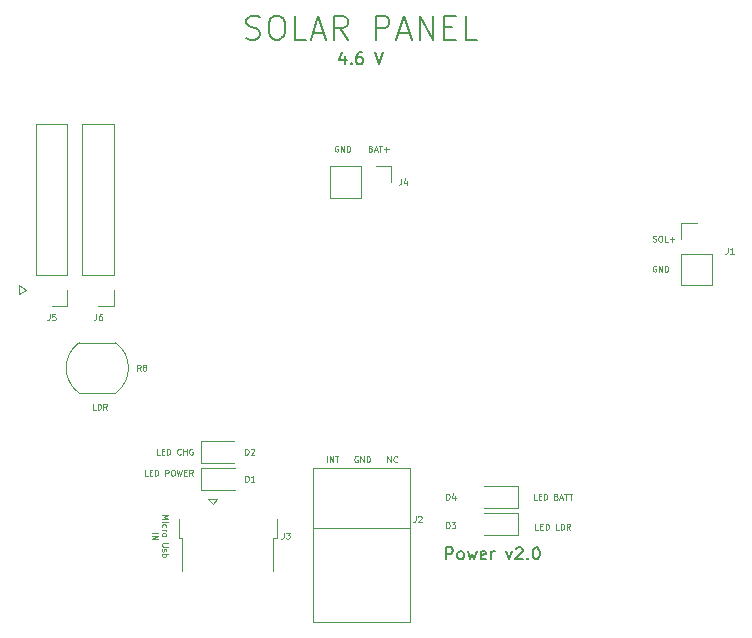
<source format=gto>
G04 #@! TF.GenerationSoftware,KiCad,Pcbnew,(5.1.6)-1*
G04 #@! TF.CreationDate,2020-11-24T18:08:20+01:00*
G04 #@! TF.ProjectId,Power_module_v1,506f7765-725f-46d6-9f64-756c655f7631,rev?*
G04 #@! TF.SameCoordinates,Original*
G04 #@! TF.FileFunction,Legend,Top*
G04 #@! TF.FilePolarity,Positive*
%FSLAX46Y46*%
G04 Gerber Fmt 4.6, Leading zero omitted, Abs format (unit mm)*
G04 Created by KiCad (PCBNEW (5.1.6)-1) date 2020-11-24 18:08:20*
%MOMM*%
%LPD*%
G01*
G04 APERTURE LIST*
%ADD10C,0.150000*%
%ADD11C,0.125000*%
%ADD12C,0.120000*%
G04 APERTURE END LIST*
D10*
X121094666Y-64555714D02*
X121094666Y-65222380D01*
X120856571Y-64174761D02*
X120618476Y-64889047D01*
X121237523Y-64889047D01*
X121618476Y-65127142D02*
X121666095Y-65174761D01*
X121618476Y-65222380D01*
X121570857Y-65174761D01*
X121618476Y-65127142D01*
X121618476Y-65222380D01*
X122523238Y-64222380D02*
X122332761Y-64222380D01*
X122237523Y-64270000D01*
X122189904Y-64317619D01*
X122094666Y-64460476D01*
X122047047Y-64650952D01*
X122047047Y-65031904D01*
X122094666Y-65127142D01*
X122142285Y-65174761D01*
X122237523Y-65222380D01*
X122428000Y-65222380D01*
X122523238Y-65174761D01*
X122570857Y-65127142D01*
X122618476Y-65031904D01*
X122618476Y-64793809D01*
X122570857Y-64698571D01*
X122523238Y-64650952D01*
X122428000Y-64603333D01*
X122237523Y-64603333D01*
X122142285Y-64650952D01*
X122094666Y-64698571D01*
X122047047Y-64793809D01*
X123666095Y-64222380D02*
X123999428Y-65222380D01*
X124332761Y-64222380D01*
X112761333Y-63039523D02*
X113047047Y-63134761D01*
X113523238Y-63134761D01*
X113713714Y-63039523D01*
X113808952Y-62944285D01*
X113904190Y-62753809D01*
X113904190Y-62563333D01*
X113808952Y-62372857D01*
X113713714Y-62277619D01*
X113523238Y-62182380D01*
X113142285Y-62087142D01*
X112951809Y-61991904D01*
X112856571Y-61896666D01*
X112761333Y-61706190D01*
X112761333Y-61515714D01*
X112856571Y-61325238D01*
X112951809Y-61230000D01*
X113142285Y-61134761D01*
X113618476Y-61134761D01*
X113904190Y-61230000D01*
X115142285Y-61134761D02*
X115523238Y-61134761D01*
X115713714Y-61230000D01*
X115904190Y-61420476D01*
X115999428Y-61801428D01*
X115999428Y-62468095D01*
X115904190Y-62849047D01*
X115713714Y-63039523D01*
X115523238Y-63134761D01*
X115142285Y-63134761D01*
X114951809Y-63039523D01*
X114761333Y-62849047D01*
X114666095Y-62468095D01*
X114666095Y-61801428D01*
X114761333Y-61420476D01*
X114951809Y-61230000D01*
X115142285Y-61134761D01*
X117808952Y-63134761D02*
X116856571Y-63134761D01*
X116856571Y-61134761D01*
X118380380Y-62563333D02*
X119332761Y-62563333D01*
X118189904Y-63134761D02*
X118856571Y-61134761D01*
X119523238Y-63134761D01*
X121332761Y-63134761D02*
X120666095Y-62182380D01*
X120189904Y-63134761D02*
X120189904Y-61134761D01*
X120951809Y-61134761D01*
X121142285Y-61230000D01*
X121237523Y-61325238D01*
X121332761Y-61515714D01*
X121332761Y-61801428D01*
X121237523Y-61991904D01*
X121142285Y-62087142D01*
X120951809Y-62182380D01*
X120189904Y-62182380D01*
X123713714Y-63134761D02*
X123713714Y-61134761D01*
X124475619Y-61134761D01*
X124666095Y-61230000D01*
X124761333Y-61325238D01*
X124856571Y-61515714D01*
X124856571Y-61801428D01*
X124761333Y-61991904D01*
X124666095Y-62087142D01*
X124475619Y-62182380D01*
X123713714Y-62182380D01*
X125618476Y-62563333D02*
X126570857Y-62563333D01*
X125428000Y-63134761D02*
X126094666Y-61134761D01*
X126761333Y-63134761D01*
X127428000Y-63134761D02*
X127428000Y-61134761D01*
X128570857Y-63134761D01*
X128570857Y-61134761D01*
X129523238Y-62087142D02*
X130189904Y-62087142D01*
X130475619Y-63134761D02*
X129523238Y-63134761D01*
X129523238Y-61134761D01*
X130475619Y-61134761D01*
X132285142Y-63134761D02*
X131332761Y-63134761D01*
X131332761Y-61134761D01*
D11*
X105621309Y-103394095D02*
X106121309Y-103394095D01*
X105764166Y-103560761D01*
X106121309Y-103727428D01*
X105621309Y-103727428D01*
X105621309Y-103965523D02*
X105954642Y-103965523D01*
X106121309Y-103965523D02*
X106097500Y-103941714D01*
X106073690Y-103965523D01*
X106097500Y-103989333D01*
X106121309Y-103965523D01*
X106073690Y-103965523D01*
X105645119Y-104417904D02*
X105621309Y-104370285D01*
X105621309Y-104275047D01*
X105645119Y-104227428D01*
X105668928Y-104203619D01*
X105716547Y-104179809D01*
X105859404Y-104179809D01*
X105907023Y-104203619D01*
X105930833Y-104227428D01*
X105954642Y-104275047D01*
X105954642Y-104370285D01*
X105930833Y-104417904D01*
X105621309Y-104632190D02*
X105954642Y-104632190D01*
X105859404Y-104632190D02*
X105907023Y-104656000D01*
X105930833Y-104679809D01*
X105954642Y-104727428D01*
X105954642Y-104775047D01*
X105621309Y-105013142D02*
X105645119Y-104965523D01*
X105668928Y-104941714D01*
X105716547Y-104917904D01*
X105859404Y-104917904D01*
X105907023Y-104941714D01*
X105930833Y-104965523D01*
X105954642Y-105013142D01*
X105954642Y-105084571D01*
X105930833Y-105132190D01*
X105907023Y-105156000D01*
X105859404Y-105179809D01*
X105716547Y-105179809D01*
X105668928Y-105156000D01*
X105645119Y-105132190D01*
X105621309Y-105084571D01*
X105621309Y-105013142D01*
X106121309Y-105775047D02*
X105716547Y-105775047D01*
X105668928Y-105798857D01*
X105645119Y-105822666D01*
X105621309Y-105870285D01*
X105621309Y-105965523D01*
X105645119Y-106013142D01*
X105668928Y-106036952D01*
X105716547Y-106060761D01*
X106121309Y-106060761D01*
X105645119Y-106275047D02*
X105621309Y-106322666D01*
X105621309Y-106417904D01*
X105645119Y-106465523D01*
X105692738Y-106489333D01*
X105716547Y-106489333D01*
X105764166Y-106465523D01*
X105787976Y-106417904D01*
X105787976Y-106346476D01*
X105811785Y-106298857D01*
X105859404Y-106275047D01*
X105883214Y-106275047D01*
X105930833Y-106298857D01*
X105954642Y-106346476D01*
X105954642Y-106417904D01*
X105930833Y-106465523D01*
X105621309Y-106703619D02*
X106121309Y-106703619D01*
X105930833Y-106703619D02*
X105954642Y-106751238D01*
X105954642Y-106846476D01*
X105930833Y-106894095D01*
X105907023Y-106917904D01*
X105859404Y-106941714D01*
X105716547Y-106941714D01*
X105668928Y-106917904D01*
X105645119Y-106894095D01*
X105621309Y-106846476D01*
X105621309Y-106751238D01*
X105645119Y-106703619D01*
X104746309Y-104894095D02*
X105246309Y-104894095D01*
X104746309Y-105132190D02*
X105246309Y-105132190D01*
X104746309Y-105417904D01*
X105246309Y-105417904D01*
X104386285Y-100048190D02*
X104148190Y-100048190D01*
X104148190Y-99548190D01*
X104552952Y-99786285D02*
X104719619Y-99786285D01*
X104791047Y-100048190D02*
X104552952Y-100048190D01*
X104552952Y-99548190D01*
X104791047Y-99548190D01*
X105005333Y-100048190D02*
X105005333Y-99548190D01*
X105124380Y-99548190D01*
X105195809Y-99572000D01*
X105243428Y-99619619D01*
X105267238Y-99667238D01*
X105291047Y-99762476D01*
X105291047Y-99833904D01*
X105267238Y-99929142D01*
X105243428Y-99976761D01*
X105195809Y-100024380D01*
X105124380Y-100048190D01*
X105005333Y-100048190D01*
X105886285Y-100048190D02*
X105886285Y-99548190D01*
X106076761Y-99548190D01*
X106124380Y-99572000D01*
X106148190Y-99595809D01*
X106172000Y-99643428D01*
X106172000Y-99714857D01*
X106148190Y-99762476D01*
X106124380Y-99786285D01*
X106076761Y-99810095D01*
X105886285Y-99810095D01*
X106481523Y-99548190D02*
X106576761Y-99548190D01*
X106624380Y-99572000D01*
X106672000Y-99619619D01*
X106695809Y-99714857D01*
X106695809Y-99881523D01*
X106672000Y-99976761D01*
X106624380Y-100024380D01*
X106576761Y-100048190D01*
X106481523Y-100048190D01*
X106433904Y-100024380D01*
X106386285Y-99976761D01*
X106362476Y-99881523D01*
X106362476Y-99714857D01*
X106386285Y-99619619D01*
X106433904Y-99572000D01*
X106481523Y-99548190D01*
X106862476Y-99548190D02*
X106981523Y-100048190D01*
X107076761Y-99691047D01*
X107172000Y-100048190D01*
X107291047Y-99548190D01*
X107481523Y-99786285D02*
X107648190Y-99786285D01*
X107719619Y-100048190D02*
X107481523Y-100048190D01*
X107481523Y-99548190D01*
X107719619Y-99548190D01*
X108219619Y-100048190D02*
X108052952Y-99810095D01*
X107933904Y-100048190D02*
X107933904Y-99548190D01*
X108124380Y-99548190D01*
X108172000Y-99572000D01*
X108195809Y-99595809D01*
X108219619Y-99643428D01*
X108219619Y-99714857D01*
X108195809Y-99762476D01*
X108172000Y-99786285D01*
X108124380Y-99810095D01*
X107933904Y-99810095D01*
X105406190Y-98270190D02*
X105168095Y-98270190D01*
X105168095Y-97770190D01*
X105572857Y-98008285D02*
X105739523Y-98008285D01*
X105810952Y-98270190D02*
X105572857Y-98270190D01*
X105572857Y-97770190D01*
X105810952Y-97770190D01*
X106025238Y-98270190D02*
X106025238Y-97770190D01*
X106144285Y-97770190D01*
X106215714Y-97794000D01*
X106263333Y-97841619D01*
X106287142Y-97889238D01*
X106310952Y-97984476D01*
X106310952Y-98055904D01*
X106287142Y-98151142D01*
X106263333Y-98198761D01*
X106215714Y-98246380D01*
X106144285Y-98270190D01*
X106025238Y-98270190D01*
X107191904Y-98222571D02*
X107168095Y-98246380D01*
X107096666Y-98270190D01*
X107049047Y-98270190D01*
X106977619Y-98246380D01*
X106930000Y-98198761D01*
X106906190Y-98151142D01*
X106882380Y-98055904D01*
X106882380Y-97984476D01*
X106906190Y-97889238D01*
X106930000Y-97841619D01*
X106977619Y-97794000D01*
X107049047Y-97770190D01*
X107096666Y-97770190D01*
X107168095Y-97794000D01*
X107191904Y-97817809D01*
X107406190Y-98270190D02*
X107406190Y-97770190D01*
X107406190Y-98008285D02*
X107691904Y-98008285D01*
X107691904Y-98270190D02*
X107691904Y-97770190D01*
X108191904Y-97794000D02*
X108144285Y-97770190D01*
X108072857Y-97770190D01*
X108001428Y-97794000D01*
X107953809Y-97841619D01*
X107930000Y-97889238D01*
X107906190Y-97984476D01*
X107906190Y-98055904D01*
X107930000Y-98151142D01*
X107953809Y-98198761D01*
X108001428Y-98246380D01*
X108072857Y-98270190D01*
X108120476Y-98270190D01*
X108191904Y-98246380D01*
X108215714Y-98222571D01*
X108215714Y-98055904D01*
X108120476Y-98055904D01*
X99984761Y-94460190D02*
X99746666Y-94460190D01*
X99746666Y-93960190D01*
X100151428Y-94460190D02*
X100151428Y-93960190D01*
X100270476Y-93960190D01*
X100341904Y-93984000D01*
X100389523Y-94031619D01*
X100413333Y-94079238D01*
X100437142Y-94174476D01*
X100437142Y-94245904D01*
X100413333Y-94341142D01*
X100389523Y-94388761D01*
X100341904Y-94436380D01*
X100270476Y-94460190D01*
X100151428Y-94460190D01*
X100937142Y-94460190D02*
X100770476Y-94222095D01*
X100651428Y-94460190D02*
X100651428Y-93960190D01*
X100841904Y-93960190D01*
X100889523Y-93984000D01*
X100913333Y-94007809D01*
X100937142Y-94055428D01*
X100937142Y-94126857D01*
X100913333Y-94174476D01*
X100889523Y-94198285D01*
X100841904Y-94222095D01*
X100651428Y-94222095D01*
X137469714Y-104620190D02*
X137231619Y-104620190D01*
X137231619Y-104120190D01*
X137636380Y-104358285D02*
X137803047Y-104358285D01*
X137874476Y-104620190D02*
X137636380Y-104620190D01*
X137636380Y-104120190D01*
X137874476Y-104120190D01*
X138088761Y-104620190D02*
X138088761Y-104120190D01*
X138207809Y-104120190D01*
X138279238Y-104144000D01*
X138326857Y-104191619D01*
X138350666Y-104239238D01*
X138374476Y-104334476D01*
X138374476Y-104405904D01*
X138350666Y-104501142D01*
X138326857Y-104548761D01*
X138279238Y-104596380D01*
X138207809Y-104620190D01*
X138088761Y-104620190D01*
X139207809Y-104620190D02*
X138969714Y-104620190D01*
X138969714Y-104120190D01*
X139374476Y-104620190D02*
X139374476Y-104120190D01*
X139493523Y-104120190D01*
X139564952Y-104144000D01*
X139612571Y-104191619D01*
X139636380Y-104239238D01*
X139660190Y-104334476D01*
X139660190Y-104405904D01*
X139636380Y-104501142D01*
X139612571Y-104548761D01*
X139564952Y-104596380D01*
X139493523Y-104620190D01*
X139374476Y-104620190D01*
X140160190Y-104620190D02*
X139993523Y-104382095D01*
X139874476Y-104620190D02*
X139874476Y-104120190D01*
X140064952Y-104120190D01*
X140112571Y-104144000D01*
X140136380Y-104167809D01*
X140160190Y-104215428D01*
X140160190Y-104286857D01*
X140136380Y-104334476D01*
X140112571Y-104358285D01*
X140064952Y-104382095D01*
X139874476Y-104382095D01*
X137326857Y-102080190D02*
X137088761Y-102080190D01*
X137088761Y-101580190D01*
X137493523Y-101818285D02*
X137660190Y-101818285D01*
X137731619Y-102080190D02*
X137493523Y-102080190D01*
X137493523Y-101580190D01*
X137731619Y-101580190D01*
X137945904Y-102080190D02*
X137945904Y-101580190D01*
X138064952Y-101580190D01*
X138136380Y-101604000D01*
X138184000Y-101651619D01*
X138207809Y-101699238D01*
X138231619Y-101794476D01*
X138231619Y-101865904D01*
X138207809Y-101961142D01*
X138184000Y-102008761D01*
X138136380Y-102056380D01*
X138064952Y-102080190D01*
X137945904Y-102080190D01*
X138993523Y-101818285D02*
X139064952Y-101842095D01*
X139088761Y-101865904D01*
X139112571Y-101913523D01*
X139112571Y-101984952D01*
X139088761Y-102032571D01*
X139064952Y-102056380D01*
X139017333Y-102080190D01*
X138826857Y-102080190D01*
X138826857Y-101580190D01*
X138993523Y-101580190D01*
X139041142Y-101604000D01*
X139064952Y-101627809D01*
X139088761Y-101675428D01*
X139088761Y-101723047D01*
X139064952Y-101770666D01*
X139041142Y-101794476D01*
X138993523Y-101818285D01*
X138826857Y-101818285D01*
X139303047Y-101937333D02*
X139541142Y-101937333D01*
X139255428Y-102080190D02*
X139422095Y-101580190D01*
X139588761Y-102080190D01*
X139684000Y-101580190D02*
X139969714Y-101580190D01*
X139826857Y-102080190D02*
X139826857Y-101580190D01*
X140064952Y-101580190D02*
X140350666Y-101580190D01*
X140207809Y-102080190D02*
X140207809Y-101580190D01*
D10*
X129675428Y-107132380D02*
X129675428Y-106132380D01*
X130056380Y-106132380D01*
X130151619Y-106180000D01*
X130199238Y-106227619D01*
X130246857Y-106322857D01*
X130246857Y-106465714D01*
X130199238Y-106560952D01*
X130151619Y-106608571D01*
X130056380Y-106656190D01*
X129675428Y-106656190D01*
X130818285Y-107132380D02*
X130723047Y-107084761D01*
X130675428Y-107037142D01*
X130627809Y-106941904D01*
X130627809Y-106656190D01*
X130675428Y-106560952D01*
X130723047Y-106513333D01*
X130818285Y-106465714D01*
X130961142Y-106465714D01*
X131056380Y-106513333D01*
X131104000Y-106560952D01*
X131151619Y-106656190D01*
X131151619Y-106941904D01*
X131104000Y-107037142D01*
X131056380Y-107084761D01*
X130961142Y-107132380D01*
X130818285Y-107132380D01*
X131484952Y-106465714D02*
X131675428Y-107132380D01*
X131865904Y-106656190D01*
X132056380Y-107132380D01*
X132246857Y-106465714D01*
X133008761Y-107084761D02*
X132913523Y-107132380D01*
X132723047Y-107132380D01*
X132627809Y-107084761D01*
X132580190Y-106989523D01*
X132580190Y-106608571D01*
X132627809Y-106513333D01*
X132723047Y-106465714D01*
X132913523Y-106465714D01*
X133008761Y-106513333D01*
X133056380Y-106608571D01*
X133056380Y-106703809D01*
X132580190Y-106799047D01*
X133484952Y-107132380D02*
X133484952Y-106465714D01*
X133484952Y-106656190D02*
X133532571Y-106560952D01*
X133580190Y-106513333D01*
X133675428Y-106465714D01*
X133770666Y-106465714D01*
X134770666Y-106465714D02*
X135008761Y-107132380D01*
X135246857Y-106465714D01*
X135580190Y-106227619D02*
X135627809Y-106180000D01*
X135723047Y-106132380D01*
X135961142Y-106132380D01*
X136056380Y-106180000D01*
X136104000Y-106227619D01*
X136151619Y-106322857D01*
X136151619Y-106418095D01*
X136104000Y-106560952D01*
X135532571Y-107132380D01*
X136151619Y-107132380D01*
X136580190Y-107037142D02*
X136627809Y-107084761D01*
X136580190Y-107132380D01*
X136532571Y-107084761D01*
X136580190Y-107037142D01*
X136580190Y-107132380D01*
X137246857Y-106132380D02*
X137342095Y-106132380D01*
X137437333Y-106180000D01*
X137484952Y-106227619D01*
X137532571Y-106322857D01*
X137580190Y-106513333D01*
X137580190Y-106751428D01*
X137532571Y-106941904D01*
X137484952Y-107037142D01*
X137437333Y-107084761D01*
X137342095Y-107132380D01*
X137246857Y-107132380D01*
X137151619Y-107084761D01*
X137104000Y-107037142D01*
X137056380Y-106941904D01*
X137008761Y-106751428D01*
X137008761Y-106513333D01*
X137056380Y-106322857D01*
X137104000Y-106227619D01*
X137151619Y-106180000D01*
X137246857Y-106132380D01*
D11*
X120523047Y-72140000D02*
X120475428Y-72116190D01*
X120404000Y-72116190D01*
X120332571Y-72140000D01*
X120284952Y-72187619D01*
X120261142Y-72235238D01*
X120237333Y-72330476D01*
X120237333Y-72401904D01*
X120261142Y-72497142D01*
X120284952Y-72544761D01*
X120332571Y-72592380D01*
X120404000Y-72616190D01*
X120451619Y-72616190D01*
X120523047Y-72592380D01*
X120546857Y-72568571D01*
X120546857Y-72401904D01*
X120451619Y-72401904D01*
X120761142Y-72616190D02*
X120761142Y-72116190D01*
X121046857Y-72616190D01*
X121046857Y-72116190D01*
X121284952Y-72616190D02*
X121284952Y-72116190D01*
X121404000Y-72116190D01*
X121475428Y-72140000D01*
X121523047Y-72187619D01*
X121546857Y-72235238D01*
X121570666Y-72330476D01*
X121570666Y-72401904D01*
X121546857Y-72497142D01*
X121523047Y-72544761D01*
X121475428Y-72592380D01*
X121404000Y-72616190D01*
X121284952Y-72616190D01*
X147165333Y-80212380D02*
X147236761Y-80236190D01*
X147355809Y-80236190D01*
X147403428Y-80212380D01*
X147427238Y-80188571D01*
X147451047Y-80140952D01*
X147451047Y-80093333D01*
X147427238Y-80045714D01*
X147403428Y-80021904D01*
X147355809Y-79998095D01*
X147260571Y-79974285D01*
X147212952Y-79950476D01*
X147189142Y-79926666D01*
X147165333Y-79879047D01*
X147165333Y-79831428D01*
X147189142Y-79783809D01*
X147212952Y-79760000D01*
X147260571Y-79736190D01*
X147379619Y-79736190D01*
X147451047Y-79760000D01*
X147760571Y-79736190D02*
X147855809Y-79736190D01*
X147903428Y-79760000D01*
X147951047Y-79807619D01*
X147974857Y-79902857D01*
X147974857Y-80069523D01*
X147951047Y-80164761D01*
X147903428Y-80212380D01*
X147855809Y-80236190D01*
X147760571Y-80236190D01*
X147712952Y-80212380D01*
X147665333Y-80164761D01*
X147641523Y-80069523D01*
X147641523Y-79902857D01*
X147665333Y-79807619D01*
X147712952Y-79760000D01*
X147760571Y-79736190D01*
X148427238Y-80236190D02*
X148189142Y-80236190D01*
X148189142Y-79736190D01*
X148593904Y-80045714D02*
X148974857Y-80045714D01*
X148784380Y-80236190D02*
X148784380Y-79855238D01*
X147447047Y-82300000D02*
X147399428Y-82276190D01*
X147328000Y-82276190D01*
X147256571Y-82300000D01*
X147208952Y-82347619D01*
X147185142Y-82395238D01*
X147161333Y-82490476D01*
X147161333Y-82561904D01*
X147185142Y-82657142D01*
X147208952Y-82704761D01*
X147256571Y-82752380D01*
X147328000Y-82776190D01*
X147375619Y-82776190D01*
X147447047Y-82752380D01*
X147470857Y-82728571D01*
X147470857Y-82561904D01*
X147375619Y-82561904D01*
X147685142Y-82776190D02*
X147685142Y-82276190D01*
X147970857Y-82776190D01*
X147970857Y-82276190D01*
X148208952Y-82776190D02*
X148208952Y-82276190D01*
X148328000Y-82276190D01*
X148399428Y-82300000D01*
X148447047Y-82347619D01*
X148470857Y-82395238D01*
X148494666Y-82490476D01*
X148494666Y-82561904D01*
X148470857Y-82657142D01*
X148447047Y-82704761D01*
X148399428Y-82752380D01*
X148328000Y-82776190D01*
X148208952Y-82776190D01*
X123273428Y-72354285D02*
X123344857Y-72378095D01*
X123368666Y-72401904D01*
X123392476Y-72449523D01*
X123392476Y-72520952D01*
X123368666Y-72568571D01*
X123344857Y-72592380D01*
X123297238Y-72616190D01*
X123106761Y-72616190D01*
X123106761Y-72116190D01*
X123273428Y-72116190D01*
X123321047Y-72140000D01*
X123344857Y-72163809D01*
X123368666Y-72211428D01*
X123368666Y-72259047D01*
X123344857Y-72306666D01*
X123321047Y-72330476D01*
X123273428Y-72354285D01*
X123106761Y-72354285D01*
X123582952Y-72473333D02*
X123821047Y-72473333D01*
X123535333Y-72616190D02*
X123702000Y-72116190D01*
X123868666Y-72616190D01*
X123963904Y-72116190D02*
X124249619Y-72116190D01*
X124106761Y-72616190D02*
X124106761Y-72116190D01*
X124416285Y-72425714D02*
X124797238Y-72425714D01*
X124606761Y-72616190D02*
X124606761Y-72235238D01*
D12*
X93472000Y-84709000D02*
X93472000Y-83947000D01*
X94107000Y-84328000D02*
X93472000Y-84709000D01*
X93472000Y-83947000D02*
X94107000Y-84328000D01*
D11*
X124702142Y-98905190D02*
X124702142Y-98405190D01*
X124987857Y-98905190D01*
X124987857Y-98405190D01*
X125511666Y-98857571D02*
X125487857Y-98881380D01*
X125416428Y-98905190D01*
X125368809Y-98905190D01*
X125297380Y-98881380D01*
X125249761Y-98833761D01*
X125225952Y-98786142D01*
X125202142Y-98690904D01*
X125202142Y-98619476D01*
X125225952Y-98524238D01*
X125249761Y-98476619D01*
X125297380Y-98429000D01*
X125368809Y-98405190D01*
X125416428Y-98405190D01*
X125487857Y-98429000D01*
X125511666Y-98452809D01*
X122174047Y-98429000D02*
X122126428Y-98405190D01*
X122055000Y-98405190D01*
X121983571Y-98429000D01*
X121935952Y-98476619D01*
X121912142Y-98524238D01*
X121888333Y-98619476D01*
X121888333Y-98690904D01*
X121912142Y-98786142D01*
X121935952Y-98833761D01*
X121983571Y-98881380D01*
X122055000Y-98905190D01*
X122102619Y-98905190D01*
X122174047Y-98881380D01*
X122197857Y-98857571D01*
X122197857Y-98690904D01*
X122102619Y-98690904D01*
X122412142Y-98905190D02*
X122412142Y-98405190D01*
X122697857Y-98905190D01*
X122697857Y-98405190D01*
X122935952Y-98905190D02*
X122935952Y-98405190D01*
X123055000Y-98405190D01*
X123126428Y-98429000D01*
X123174047Y-98476619D01*
X123197857Y-98524238D01*
X123221666Y-98619476D01*
X123221666Y-98690904D01*
X123197857Y-98786142D01*
X123174047Y-98833761D01*
X123126428Y-98881380D01*
X123055000Y-98905190D01*
X122935952Y-98905190D01*
X119562619Y-98905190D02*
X119562619Y-98405190D01*
X119800714Y-98905190D02*
X119800714Y-98405190D01*
X120086428Y-98905190D01*
X120086428Y-98405190D01*
X120253095Y-98405190D02*
X120538809Y-98405190D01*
X120395952Y-98905190D02*
X120395952Y-98405190D01*
D12*
X149546000Y-78680000D02*
X150876000Y-78680000D01*
X149546000Y-80010000D02*
X149546000Y-78680000D01*
X149546000Y-81280000D02*
X152206000Y-81280000D01*
X152206000Y-81280000D02*
X152206000Y-83880000D01*
X149546000Y-81280000D02*
X149546000Y-83880000D01*
X149546000Y-83880000D02*
X152206000Y-83880000D01*
X108893000Y-101290000D02*
X111753000Y-101290000D01*
X108893000Y-99370000D02*
X108893000Y-101290000D01*
X111753000Y-99370000D02*
X108893000Y-99370000D01*
X108875000Y-99004000D02*
X111735000Y-99004000D01*
X108875000Y-97084000D02*
X108875000Y-99004000D01*
X111735000Y-97084000D02*
X108875000Y-97084000D01*
X132858000Y-105100000D02*
X135718000Y-105100000D01*
X135718000Y-105100000D02*
X135718000Y-103180000D01*
X135718000Y-103180000D02*
X132858000Y-103180000D01*
X132858000Y-102814000D02*
X135718000Y-102814000D01*
X135718000Y-102814000D02*
X135718000Y-100894000D01*
X135718000Y-100894000D02*
X132858000Y-100894000D01*
X107038900Y-105296740D02*
X107038900Y-103746740D01*
X115038900Y-105296740D02*
X115338900Y-105296740D01*
X115338900Y-105296740D02*
X115338900Y-103746740D01*
X107338900Y-108096740D02*
X107338900Y-105296740D01*
X115038900Y-108096740D02*
X115038900Y-105296740D01*
X110288900Y-102046740D02*
X109888900Y-102496740D01*
X109888900Y-102496740D02*
X109488900Y-102046740D01*
X107038900Y-105296740D02*
X107338900Y-105296740D01*
X109488900Y-102046740D02*
X110288900Y-102046740D01*
X119828000Y-73854000D02*
X119828000Y-76514000D01*
X122428000Y-73854000D02*
X119828000Y-73854000D01*
X122428000Y-76514000D02*
X119828000Y-76514000D01*
X122428000Y-73854000D02*
X122428000Y-76514000D01*
X123698000Y-73854000D02*
X125028000Y-73854000D01*
X125028000Y-73854000D02*
X125028000Y-75184000D01*
X97596000Y-85658000D02*
X96266000Y-85658000D01*
X97596000Y-84328000D02*
X97596000Y-85658000D01*
X97596000Y-83058000D02*
X94936000Y-83058000D01*
X94936000Y-83058000D02*
X94936000Y-70298000D01*
X97596000Y-83058000D02*
X97596000Y-70298000D01*
X97596000Y-70298000D02*
X94936000Y-70298000D01*
X101533000Y-70298000D02*
X98873000Y-70298000D01*
X101533000Y-83058000D02*
X101533000Y-70298000D01*
X98873000Y-83058000D02*
X98873000Y-70298000D01*
X101533000Y-83058000D02*
X98873000Y-83058000D01*
X101533000Y-84328000D02*
X101533000Y-85658000D01*
X101533000Y-85658000D02*
X100203000Y-85658000D01*
X126636780Y-112453420D02*
X118381780Y-112453420D01*
X126636780Y-104452420D02*
X118381780Y-104452420D01*
X118381780Y-99372420D02*
X118381780Y-112453420D01*
X126636780Y-99372420D02*
X126636780Y-112453420D01*
X126636780Y-99372420D02*
X118381780Y-99372420D01*
X98604000Y-88782000D02*
X101654000Y-88782000D01*
X98604000Y-93082000D02*
X101654000Y-93082000D01*
X98625766Y-88766474D02*
G75*
G03*
X98604000Y-93082000I1528234J-2165526D01*
G01*
X101698513Y-93050249D02*
G75*
G03*
X101654000Y-88782000I-1544513J2118249D01*
G01*
D11*
X153503333Y-80752190D02*
X153503333Y-81109333D01*
X153479523Y-81180761D01*
X153431904Y-81228380D01*
X153360476Y-81252190D01*
X153312857Y-81252190D01*
X154003333Y-81252190D02*
X153717619Y-81252190D01*
X153860476Y-81252190D02*
X153860476Y-80752190D01*
X153812857Y-80823619D01*
X153765238Y-80871238D01*
X153717619Y-80895047D01*
X112678952Y-100556190D02*
X112678952Y-100056190D01*
X112798000Y-100056190D01*
X112869428Y-100080000D01*
X112917047Y-100127619D01*
X112940857Y-100175238D01*
X112964666Y-100270476D01*
X112964666Y-100341904D01*
X112940857Y-100437142D01*
X112917047Y-100484761D01*
X112869428Y-100532380D01*
X112798000Y-100556190D01*
X112678952Y-100556190D01*
X113440857Y-100556190D02*
X113155142Y-100556190D01*
X113298000Y-100556190D02*
X113298000Y-100056190D01*
X113250380Y-100127619D01*
X113202761Y-100175238D01*
X113155142Y-100199047D01*
X112651952Y-98270190D02*
X112651952Y-97770190D01*
X112771000Y-97770190D01*
X112842428Y-97794000D01*
X112890047Y-97841619D01*
X112913857Y-97889238D01*
X112937666Y-97984476D01*
X112937666Y-98055904D01*
X112913857Y-98151142D01*
X112890047Y-98198761D01*
X112842428Y-98246380D01*
X112771000Y-98270190D01*
X112651952Y-98270190D01*
X113128142Y-97817809D02*
X113151952Y-97794000D01*
X113199571Y-97770190D01*
X113318619Y-97770190D01*
X113366238Y-97794000D01*
X113390047Y-97817809D01*
X113413857Y-97865428D01*
X113413857Y-97913047D01*
X113390047Y-97984476D01*
X113104333Y-98270190D01*
X113413857Y-98270190D01*
X129678952Y-104493190D02*
X129678952Y-103993190D01*
X129798000Y-103993190D01*
X129869428Y-104017000D01*
X129917047Y-104064619D01*
X129940857Y-104112238D01*
X129964666Y-104207476D01*
X129964666Y-104278904D01*
X129940857Y-104374142D01*
X129917047Y-104421761D01*
X129869428Y-104469380D01*
X129798000Y-104493190D01*
X129678952Y-104493190D01*
X130131333Y-103993190D02*
X130440857Y-103993190D01*
X130274190Y-104183666D01*
X130345619Y-104183666D01*
X130393238Y-104207476D01*
X130417047Y-104231285D01*
X130440857Y-104278904D01*
X130440857Y-104397952D01*
X130417047Y-104445571D01*
X130393238Y-104469380D01*
X130345619Y-104493190D01*
X130202761Y-104493190D01*
X130155142Y-104469380D01*
X130131333Y-104445571D01*
X129678952Y-102080190D02*
X129678952Y-101580190D01*
X129798000Y-101580190D01*
X129869428Y-101604000D01*
X129917047Y-101651619D01*
X129940857Y-101699238D01*
X129964666Y-101794476D01*
X129964666Y-101865904D01*
X129940857Y-101961142D01*
X129917047Y-102008761D01*
X129869428Y-102056380D01*
X129798000Y-102080190D01*
X129678952Y-102080190D01*
X130393238Y-101746857D02*
X130393238Y-102080190D01*
X130274190Y-101556380D02*
X130155142Y-101913523D01*
X130464666Y-101913523D01*
X115911333Y-104882190D02*
X115911333Y-105239333D01*
X115887523Y-105310761D01*
X115839904Y-105358380D01*
X115768476Y-105382190D01*
X115720857Y-105382190D01*
X116101809Y-104882190D02*
X116411333Y-104882190D01*
X116244666Y-105072666D01*
X116316095Y-105072666D01*
X116363714Y-105096476D01*
X116387523Y-105120285D01*
X116411333Y-105167904D01*
X116411333Y-105286952D01*
X116387523Y-105334571D01*
X116363714Y-105358380D01*
X116316095Y-105382190D01*
X116173238Y-105382190D01*
X116125619Y-105358380D01*
X116101809Y-105334571D01*
X125861333Y-74910190D02*
X125861333Y-75267333D01*
X125837523Y-75338761D01*
X125789904Y-75386380D01*
X125718476Y-75410190D01*
X125670857Y-75410190D01*
X126313714Y-75076857D02*
X126313714Y-75410190D01*
X126194666Y-74886380D02*
X126075619Y-75243523D01*
X126385142Y-75243523D01*
X96099333Y-86384190D02*
X96099333Y-86741333D01*
X96075523Y-86812761D01*
X96027904Y-86860380D01*
X95956476Y-86884190D01*
X95908857Y-86884190D01*
X96575523Y-86384190D02*
X96337428Y-86384190D01*
X96313619Y-86622285D01*
X96337428Y-86598476D01*
X96385047Y-86574666D01*
X96504095Y-86574666D01*
X96551714Y-86598476D01*
X96575523Y-86622285D01*
X96599333Y-86669904D01*
X96599333Y-86788952D01*
X96575523Y-86836571D01*
X96551714Y-86860380D01*
X96504095Y-86884190D01*
X96385047Y-86884190D01*
X96337428Y-86860380D01*
X96313619Y-86836571D01*
X100036333Y-86384190D02*
X100036333Y-86741333D01*
X100012523Y-86812761D01*
X99964904Y-86860380D01*
X99893476Y-86884190D01*
X99845857Y-86884190D01*
X100488714Y-86384190D02*
X100393476Y-86384190D01*
X100345857Y-86408000D01*
X100322047Y-86431809D01*
X100274428Y-86503238D01*
X100250619Y-86598476D01*
X100250619Y-86788952D01*
X100274428Y-86836571D01*
X100298238Y-86860380D01*
X100345857Y-86884190D01*
X100441095Y-86884190D01*
X100488714Y-86860380D01*
X100512523Y-86836571D01*
X100536333Y-86788952D01*
X100536333Y-86669904D01*
X100512523Y-86622285D01*
X100488714Y-86598476D01*
X100441095Y-86574666D01*
X100345857Y-86574666D01*
X100298238Y-86598476D01*
X100274428Y-86622285D01*
X100250619Y-86669904D01*
X127087333Y-103485190D02*
X127087333Y-103842333D01*
X127063523Y-103913761D01*
X127015904Y-103961380D01*
X126944476Y-103985190D01*
X126896857Y-103985190D01*
X127301619Y-103532809D02*
X127325428Y-103509000D01*
X127373047Y-103485190D01*
X127492095Y-103485190D01*
X127539714Y-103509000D01*
X127563523Y-103532809D01*
X127587333Y-103580428D01*
X127587333Y-103628047D01*
X127563523Y-103699476D01*
X127277809Y-103985190D01*
X127587333Y-103985190D01*
X103802666Y-91158190D02*
X103636000Y-90920095D01*
X103516952Y-91158190D02*
X103516952Y-90658190D01*
X103707428Y-90658190D01*
X103755047Y-90682000D01*
X103778857Y-90705809D01*
X103802666Y-90753428D01*
X103802666Y-90824857D01*
X103778857Y-90872476D01*
X103755047Y-90896285D01*
X103707428Y-90920095D01*
X103516952Y-90920095D01*
X104088380Y-90872476D02*
X104040761Y-90848666D01*
X104016952Y-90824857D01*
X103993142Y-90777238D01*
X103993142Y-90753428D01*
X104016952Y-90705809D01*
X104040761Y-90682000D01*
X104088380Y-90658190D01*
X104183619Y-90658190D01*
X104231238Y-90682000D01*
X104255047Y-90705809D01*
X104278857Y-90753428D01*
X104278857Y-90777238D01*
X104255047Y-90824857D01*
X104231238Y-90848666D01*
X104183619Y-90872476D01*
X104088380Y-90872476D01*
X104040761Y-90896285D01*
X104016952Y-90920095D01*
X103993142Y-90967714D01*
X103993142Y-91062952D01*
X104016952Y-91110571D01*
X104040761Y-91134380D01*
X104088380Y-91158190D01*
X104183619Y-91158190D01*
X104231238Y-91134380D01*
X104255047Y-91110571D01*
X104278857Y-91062952D01*
X104278857Y-90967714D01*
X104255047Y-90920095D01*
X104231238Y-90896285D01*
X104183619Y-90872476D01*
M02*

</source>
